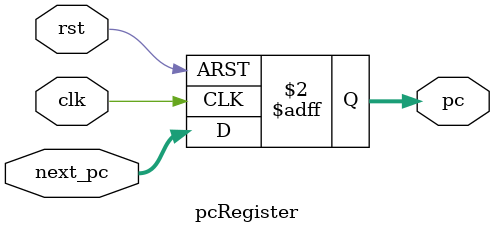
<source format=v>
`timescale 1ns / 1ps


module pcRegister(
    input clk,
    input rst,
    input [31:0] next_pc,
    output reg [31:0] pc
);

//Prog counter update

    always @(posedge clk or posedge rst) begin
        if (rst) begin
            pc <= 32'd0; //reset to start at address 0
        end else begin
            pc <= next_pc; //update to next inst. address
        end
    end

endmodule

</source>
